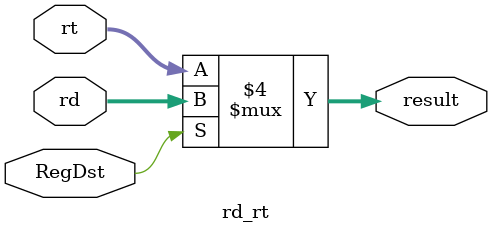
<source format=v>
`timescale 1ns / 1ps


module rd_rt(
    input [4:0]rd,
    input [4:0]rt,
    input RegDst,
    output reg[4:0]result
    );
    always@(rd or rt or RegDst)begin
        if(RegDst==0)
            result<=rt;
        else
            result<=rd;
    end
endmodule

</source>
